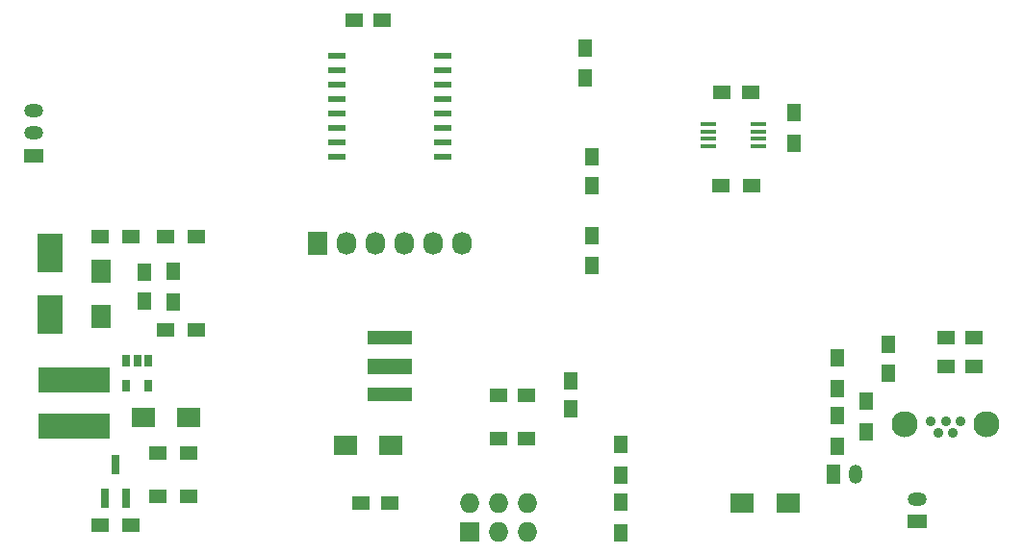
<source format=gbl>
G04 #@! TF.FileFunction,Copper,L2,Bot,Signal*
%FSLAX46Y46*%
G04 Gerber Fmt 4.6, Leading zero omitted, Abs format (unit mm)*
G04 Created by KiCad (PCBNEW (2015-08-05 BZR 6055, Git fa29c62)-product) date 8/14/2015 8:31:27 AM*
%MOMM*%
G01*
G04 APERTURE LIST*
%ADD10C,0.100000*%
%ADD11R,2.000000X1.700000*%
%ADD12R,1.500000X1.250000*%
%ADD13R,1.250000X1.500000*%
%ADD14R,1.700000X2.000000*%
%ADD15R,2.301240X3.500120*%
%ADD16R,1.500000X1.300000*%
%ADD17R,1.699260X1.198880*%
%ADD18O,1.699260X1.198880*%
%ADD19R,1.198880X1.699260*%
%ADD20O,1.198880X1.699260*%
%ADD21R,1.727200X1.727200*%
%ADD22O,1.727200X1.727200*%
%ADD23R,6.299200X2.199640*%
%ADD24C,2.300000*%
%ADD25C,0.900000*%
%ADD26R,1.727200X2.032000*%
%ADD27O,1.727200X2.032000*%
%ADD28R,1.300000X1.500000*%
%ADD29R,4.000000X1.200000*%
%ADD30R,4.000000X1.400000*%
%ADD31R,1.500000X0.600000*%
%ADD32R,0.800100X1.800860*%
%ADD33R,1.450000X0.450000*%
%ADD34R,0.650000X1.060000*%
G04 APERTURE END LIST*
D10*
D11*
X154210000Y-102870000D03*
X158210000Y-102870000D03*
D12*
X120670000Y-102870000D03*
X123170000Y-102870000D03*
D13*
X167005000Y-88920000D03*
X167005000Y-91420000D03*
X139065000Y-94595000D03*
X139065000Y-92095000D03*
D12*
X174605000Y-88265000D03*
X172105000Y-88265000D03*
X174605000Y-90805000D03*
X172105000Y-90805000D03*
D11*
X119285000Y-97790000D03*
X123285000Y-97790000D03*
D12*
X132735000Y-97155000D03*
X135235000Y-97155000D03*
X120035000Y-60325000D03*
X122535000Y-60325000D03*
X132735000Y-93345000D03*
X135235000Y-93345000D03*
X152420000Y-66675000D03*
X154920000Y-66675000D03*
D11*
X105505000Y-95313500D03*
X101505000Y-95313500D03*
D13*
X140970000Y-74910000D03*
X140970000Y-72410000D03*
X101600000Y-82570000D03*
X101600000Y-85070000D03*
D14*
X97790000Y-86455000D03*
X97790000Y-82455000D03*
D15*
X93281500Y-80865980D03*
X93281500Y-86266020D03*
D16*
X97710000Y-79375000D03*
X100410000Y-79375000D03*
D17*
X91884500Y-72296020D03*
D18*
X91884500Y-68292980D03*
X91884500Y-70294500D03*
D17*
X169545000Y-104505760D03*
D18*
X169545000Y-102504240D03*
D19*
X162194240Y-100330000D03*
D20*
X164195760Y-100330000D03*
D21*
X130175000Y-105410000D03*
D22*
X130175000Y-102870000D03*
X132715000Y-105410000D03*
X132715000Y-102870000D03*
X135255000Y-105410000D03*
X135255000Y-102870000D03*
D23*
X95377000Y-96093280D03*
X95377000Y-91993720D03*
D24*
X175665000Y-95885000D03*
X168505000Y-95885000D03*
D25*
X170785000Y-95665000D03*
X171435000Y-96665000D03*
X172085000Y-95665000D03*
X172735000Y-96665000D03*
X173385000Y-95665000D03*
D26*
X116840000Y-80010000D03*
D27*
X119380000Y-80010000D03*
X121920000Y-80010000D03*
X124460000Y-80010000D03*
X127000000Y-80010000D03*
X129540000Y-80010000D03*
D28*
X165100000Y-96600000D03*
X165100000Y-93900000D03*
X143510000Y-97710000D03*
X143510000Y-100410000D03*
X143510000Y-102790000D03*
X143510000Y-105490000D03*
X162560000Y-97870000D03*
X162560000Y-95170000D03*
X162560000Y-92790000D03*
X162560000Y-90090000D03*
D16*
X97710000Y-104775000D03*
X100410000Y-104775000D03*
X102790000Y-102235000D03*
X105490000Y-102235000D03*
D28*
X158750000Y-68500000D03*
X158750000Y-71200000D03*
D16*
X152320000Y-74930000D03*
X155020000Y-74930000D03*
D28*
X140970000Y-81995000D03*
X140970000Y-79295000D03*
D16*
X102790000Y-98425000D03*
X105490000Y-98425000D03*
D28*
X140335000Y-65485000D03*
X140335000Y-62785000D03*
D16*
X103425000Y-87630000D03*
X106125000Y-87630000D03*
D28*
X104140000Y-85170000D03*
X104140000Y-82470000D03*
D16*
X106125000Y-79375000D03*
X103425000Y-79375000D03*
D29*
X123190000Y-88305000D03*
D30*
X123190000Y-90805000D03*
D29*
X123190000Y-93305000D03*
D31*
X118540000Y-72390000D03*
X118540000Y-71120000D03*
X118540000Y-69850000D03*
X118540000Y-68580000D03*
X118540000Y-67310000D03*
X118540000Y-66040000D03*
X118540000Y-64770000D03*
X118540000Y-63500000D03*
X127840000Y-63500000D03*
X127840000Y-64770000D03*
X127840000Y-66040000D03*
X127840000Y-67310000D03*
X127840000Y-68580000D03*
X127840000Y-69850000D03*
X127840000Y-71120000D03*
X127840000Y-72390000D03*
D32*
X100010000Y-102466140D03*
X98110000Y-102466140D03*
X99060000Y-99463860D03*
D33*
X151216000Y-71460000D03*
X151216000Y-70810000D03*
X151216000Y-70160000D03*
X151216000Y-69510000D03*
X155616000Y-69510000D03*
X155616000Y-70160000D03*
X155616000Y-70810000D03*
X155616000Y-71460000D03*
D34*
X100015000Y-90340000D03*
X100965000Y-90340000D03*
X101915000Y-90340000D03*
X101915000Y-92540000D03*
X100015000Y-92540000D03*
M02*

</source>
